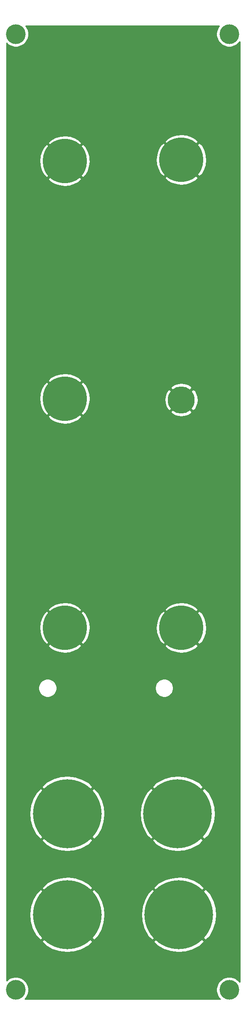
<source format=gbr>
%TF.GenerationSoftware,KiCad,Pcbnew,(5.1.12-1-10_14)*%
%TF.CreationDate,2023-08-06T16:51:14+02:00*%
%TF.ProjectId,xorcist_panel,786f7263-6973-4745-9f70-616e656c2e6b,rev?*%
%TF.SameCoordinates,Original*%
%TF.FileFunction,Copper,L2,Bot*%
%TF.FilePolarity,Positive*%
%FSLAX46Y46*%
G04 Gerber Fmt 4.6, Leading zero omitted, Abs format (unit mm)*
G04 Created by KiCad (PCBNEW (5.1.12-1-10_14)) date 2023-08-06 16:51:14*
%MOMM*%
%LPD*%
G01*
G04 APERTURE LIST*
%TA.AperFunction,ComponentPad*%
%ADD10C,9.000000*%
%TD*%
%TA.AperFunction,ComponentPad*%
%ADD11C,5.500000*%
%TD*%
%TA.AperFunction,ComponentPad*%
%ADD12C,14.000000*%
%TD*%
%TA.AperFunction,ComponentPad*%
%ADD13C,4.000000*%
%TD*%
%TA.AperFunction,Conductor*%
%ADD14C,0.254000*%
%TD*%
%TA.AperFunction,Conductor*%
%ADD15C,0.100000*%
%TD*%
G04 APERTURE END LIST*
D10*
%TO.P,REF\u002A\u002A,1*%
%TO.N,GND*%
X384750000Y-133000000D03*
%TD*%
%TO.P,REF\u002A\u002A,1*%
%TO.N,GND*%
X361000000Y-133000000D03*
%TD*%
%TO.P,REF\u002A\u002A,1*%
%TO.N,GND*%
X361000000Y-86500000D03*
%TD*%
%TO.P,REF\u002A\u002A,1*%
%TO.N,GND*%
X384750000Y-38000000D03*
%TD*%
%TO.P,REF\u002A\u002A,1*%
%TO.N,GND*%
X361000000Y-38250000D03*
%TD*%
D11*
%TO.P,REF\u002A\u002A,1*%
%TO.N,GND*%
X384750000Y-86750000D03*
%TD*%
D12*
%TO.P,REF\u002A\u002A,1*%
%TO.N,GND*%
X384250000Y-191250000D03*
%TD*%
%TO.P,REF\u002A\u002A,1*%
%TO.N,GND*%
X384000000Y-170750000D03*
%TD*%
%TO.P,REF\u002A\u002A,1*%
%TO.N,GND*%
X361500000Y-191250000D03*
%TD*%
%TO.P,REF\u002A\u002A,1*%
%TO.N,GND*%
X361500000Y-170750000D03*
%TD*%
D13*
%TO.P,REF\u002A\u002A,1*%
%TO.N,N/C*%
X394500000Y-12500000D03*
X394500000Y-206500000D03*
%TD*%
%TO.P,REF\u002A\u002A,1*%
%TO.N,N/C*%
X351000000Y-206500000D03*
X351000000Y-12500000D03*
%TD*%
D14*
%TO.N,GND*%
X392164893Y-11251859D02*
X391966261Y-11731399D01*
X391865000Y-12240475D01*
X391865000Y-12759525D01*
X391966261Y-13268601D01*
X392164893Y-13748141D01*
X392453262Y-14179715D01*
X392820285Y-14546738D01*
X393251859Y-14835107D01*
X393731399Y-15033739D01*
X394240475Y-15135000D01*
X394759525Y-15135000D01*
X395268601Y-15033739D01*
X395748141Y-14835107D01*
X396179715Y-14546738D01*
X396546738Y-14179715D01*
X396623000Y-14065581D01*
X396623000Y-204934419D01*
X396546738Y-204820285D01*
X396179715Y-204453262D01*
X395748141Y-204164893D01*
X395268601Y-203966261D01*
X394759525Y-203865000D01*
X394240475Y-203865000D01*
X393731399Y-203966261D01*
X393251859Y-204164893D01*
X392820285Y-204453262D01*
X392453262Y-204820285D01*
X392164893Y-205251859D01*
X391966261Y-205731399D01*
X391865000Y-206240475D01*
X391865000Y-206759525D01*
X391966261Y-207268601D01*
X392164893Y-207748141D01*
X392453262Y-208179715D01*
X392646547Y-208373000D01*
X352853453Y-208373000D01*
X353046738Y-208179715D01*
X353335107Y-207748141D01*
X353533739Y-207268601D01*
X353635000Y-206759525D01*
X353635000Y-206240475D01*
X353533739Y-205731399D01*
X353335107Y-205251859D01*
X353046738Y-204820285D01*
X352679715Y-204453262D01*
X352248141Y-204164893D01*
X351768601Y-203966261D01*
X351259525Y-203865000D01*
X350740475Y-203865000D01*
X350231399Y-203966261D01*
X349751859Y-204164893D01*
X349320285Y-204453262D01*
X349127000Y-204646547D01*
X349127000Y-196651674D01*
X356277932Y-196651674D01*
X357093908Y-197530530D01*
X358403840Y-198269437D01*
X359832756Y-198738591D01*
X361325743Y-198919963D01*
X362825428Y-198806583D01*
X364274176Y-198402807D01*
X365616314Y-197724153D01*
X365906092Y-197530530D01*
X366722068Y-196651674D01*
X379027932Y-196651674D01*
X379843908Y-197530530D01*
X381153840Y-198269437D01*
X382582756Y-198738591D01*
X384075743Y-198919963D01*
X385575428Y-198806583D01*
X387024176Y-198402807D01*
X388366314Y-197724153D01*
X388656092Y-197530530D01*
X389472068Y-196651674D01*
X384250000Y-191429605D01*
X379027932Y-196651674D01*
X366722068Y-196651674D01*
X361500000Y-191429605D01*
X356277932Y-196651674D01*
X349127000Y-196651674D01*
X349127000Y-191075743D01*
X353830037Y-191075743D01*
X353943417Y-192575428D01*
X354347193Y-194024176D01*
X355025847Y-195366314D01*
X355219470Y-195656092D01*
X356098326Y-196472068D01*
X361320395Y-191250000D01*
X361679605Y-191250000D01*
X366901674Y-196472068D01*
X367780530Y-195656092D01*
X368519437Y-194346160D01*
X368988591Y-192917244D01*
X369169963Y-191424257D01*
X369143615Y-191075743D01*
X376580037Y-191075743D01*
X376693417Y-192575428D01*
X377097193Y-194024176D01*
X377775847Y-195366314D01*
X377969470Y-195656092D01*
X378848326Y-196472068D01*
X384070395Y-191250000D01*
X384429605Y-191250000D01*
X389651674Y-196472068D01*
X390530530Y-195656092D01*
X391269437Y-194346160D01*
X391738591Y-192917244D01*
X391919963Y-191424257D01*
X391806583Y-189924572D01*
X391402807Y-188475824D01*
X390724153Y-187133686D01*
X390530530Y-186843908D01*
X389651674Y-186027932D01*
X384429605Y-191250000D01*
X384070395Y-191250000D01*
X378848326Y-186027932D01*
X377969470Y-186843908D01*
X377230563Y-188153840D01*
X376761409Y-189582756D01*
X376580037Y-191075743D01*
X369143615Y-191075743D01*
X369056583Y-189924572D01*
X368652807Y-188475824D01*
X367974153Y-187133686D01*
X367780530Y-186843908D01*
X366901674Y-186027932D01*
X361679605Y-191250000D01*
X361320395Y-191250000D01*
X356098326Y-186027932D01*
X355219470Y-186843908D01*
X354480563Y-188153840D01*
X354011409Y-189582756D01*
X353830037Y-191075743D01*
X349127000Y-191075743D01*
X349127000Y-185848326D01*
X356277932Y-185848326D01*
X361500000Y-191070395D01*
X366722068Y-185848326D01*
X379027932Y-185848326D01*
X384250000Y-191070395D01*
X389472068Y-185848326D01*
X388656092Y-184969470D01*
X387346160Y-184230563D01*
X385917244Y-183761409D01*
X384424257Y-183580037D01*
X382924572Y-183693417D01*
X381475824Y-184097193D01*
X380133686Y-184775847D01*
X379843908Y-184969470D01*
X379027932Y-185848326D01*
X366722068Y-185848326D01*
X365906092Y-184969470D01*
X364596160Y-184230563D01*
X363167244Y-183761409D01*
X361674257Y-183580037D01*
X360174572Y-183693417D01*
X358725824Y-184097193D01*
X357383686Y-184775847D01*
X357093908Y-184969470D01*
X356277932Y-185848326D01*
X349127000Y-185848326D01*
X349127000Y-176151674D01*
X356277932Y-176151674D01*
X357093908Y-177030530D01*
X358403840Y-177769437D01*
X359832756Y-178238591D01*
X361325743Y-178419963D01*
X362825428Y-178306583D01*
X364274176Y-177902807D01*
X365616314Y-177224153D01*
X365906092Y-177030530D01*
X366722068Y-176151674D01*
X378777932Y-176151674D01*
X379593908Y-177030530D01*
X380903840Y-177769437D01*
X382332756Y-178238591D01*
X383825743Y-178419963D01*
X385325428Y-178306583D01*
X386774176Y-177902807D01*
X388116314Y-177224153D01*
X388406092Y-177030530D01*
X389222068Y-176151674D01*
X384000000Y-170929605D01*
X378777932Y-176151674D01*
X366722068Y-176151674D01*
X361500000Y-170929605D01*
X356277932Y-176151674D01*
X349127000Y-176151674D01*
X349127000Y-170575743D01*
X353830037Y-170575743D01*
X353943417Y-172075428D01*
X354347193Y-173524176D01*
X355025847Y-174866314D01*
X355219470Y-175156092D01*
X356098326Y-175972068D01*
X361320395Y-170750000D01*
X361679605Y-170750000D01*
X366901674Y-175972068D01*
X367780530Y-175156092D01*
X368519437Y-173846160D01*
X368988591Y-172417244D01*
X369169963Y-170924257D01*
X369143615Y-170575743D01*
X376330037Y-170575743D01*
X376443417Y-172075428D01*
X376847193Y-173524176D01*
X377525847Y-174866314D01*
X377719470Y-175156092D01*
X378598326Y-175972068D01*
X383820395Y-170750000D01*
X384179605Y-170750000D01*
X389401674Y-175972068D01*
X390280530Y-175156092D01*
X391019437Y-173846160D01*
X391488591Y-172417244D01*
X391669963Y-170924257D01*
X391556583Y-169424572D01*
X391152807Y-167975824D01*
X390474153Y-166633686D01*
X390280530Y-166343908D01*
X389401674Y-165527932D01*
X384179605Y-170750000D01*
X383820395Y-170750000D01*
X378598326Y-165527932D01*
X377719470Y-166343908D01*
X376980563Y-167653840D01*
X376511409Y-169082756D01*
X376330037Y-170575743D01*
X369143615Y-170575743D01*
X369056583Y-169424572D01*
X368652807Y-167975824D01*
X367974153Y-166633686D01*
X367780530Y-166343908D01*
X366901674Y-165527932D01*
X361679605Y-170750000D01*
X361320395Y-170750000D01*
X356098326Y-165527932D01*
X355219470Y-166343908D01*
X354480563Y-167653840D01*
X354011409Y-169082756D01*
X353830037Y-170575743D01*
X349127000Y-170575743D01*
X349127000Y-165348326D01*
X356277932Y-165348326D01*
X361500000Y-170570395D01*
X366722068Y-165348326D01*
X378777932Y-165348326D01*
X384000000Y-170570395D01*
X389222068Y-165348326D01*
X388406092Y-164469470D01*
X387096160Y-163730563D01*
X385667244Y-163261409D01*
X384174257Y-163080037D01*
X382674572Y-163193417D01*
X381225824Y-163597193D01*
X379883686Y-164275847D01*
X379593908Y-164469470D01*
X378777932Y-165348326D01*
X366722068Y-165348326D01*
X365906092Y-164469470D01*
X364596160Y-163730563D01*
X363167244Y-163261409D01*
X361674257Y-163080037D01*
X360174572Y-163193417D01*
X358725824Y-163597193D01*
X357383686Y-164275847D01*
X357093908Y-164469470D01*
X356277932Y-165348326D01*
X349127000Y-165348326D01*
X349127000Y-145064344D01*
X355615000Y-145064344D01*
X355615000Y-145435656D01*
X355687439Y-145799834D01*
X355829534Y-146142882D01*
X356035825Y-146451618D01*
X356298382Y-146714175D01*
X356607118Y-146920466D01*
X356950166Y-147062561D01*
X357314344Y-147135000D01*
X357685656Y-147135000D01*
X358049834Y-147062561D01*
X358392882Y-146920466D01*
X358701618Y-146714175D01*
X358964175Y-146451618D01*
X359170466Y-146142882D01*
X359312561Y-145799834D01*
X359385000Y-145435656D01*
X359385000Y-145064344D01*
X379365000Y-145064344D01*
X379365000Y-145435656D01*
X379437439Y-145799834D01*
X379579534Y-146142882D01*
X379785825Y-146451618D01*
X380048382Y-146714175D01*
X380357118Y-146920466D01*
X380700166Y-147062561D01*
X381064344Y-147135000D01*
X381435656Y-147135000D01*
X381799834Y-147062561D01*
X382142882Y-146920466D01*
X382451618Y-146714175D01*
X382714175Y-146451618D01*
X382920466Y-146142882D01*
X383062561Y-145799834D01*
X383135000Y-145435656D01*
X383135000Y-145064344D01*
X383062561Y-144700166D01*
X382920466Y-144357118D01*
X382714175Y-144048382D01*
X382451618Y-143785825D01*
X382142882Y-143579534D01*
X381799834Y-143437439D01*
X381435656Y-143365000D01*
X381064344Y-143365000D01*
X380700166Y-143437439D01*
X380357118Y-143579534D01*
X380048382Y-143785825D01*
X379785825Y-144048382D01*
X379579534Y-144357118D01*
X379437439Y-144700166D01*
X379365000Y-145064344D01*
X359385000Y-145064344D01*
X359312561Y-144700166D01*
X359170466Y-144357118D01*
X358964175Y-144048382D01*
X358701618Y-143785825D01*
X358392882Y-143579534D01*
X358049834Y-143437439D01*
X357685656Y-143365000D01*
X357314344Y-143365000D01*
X356950166Y-143437439D01*
X356607118Y-143579534D01*
X356298382Y-143785825D01*
X356035825Y-144048382D01*
X355829534Y-144357118D01*
X355687439Y-144700166D01*
X355615000Y-145064344D01*
X349127000Y-145064344D01*
X349127000Y-136624971D01*
X357554634Y-136624971D01*
X358070783Y-137247788D01*
X358955768Y-137737630D01*
X359919314Y-138045407D01*
X360924389Y-138159293D01*
X361932370Y-138074910D01*
X362904520Y-137795501D01*
X363803481Y-137331803D01*
X363929217Y-137247788D01*
X364445366Y-136624971D01*
X381304634Y-136624971D01*
X381820783Y-137247788D01*
X382705768Y-137737630D01*
X383669314Y-138045407D01*
X384674389Y-138159293D01*
X385682370Y-138074910D01*
X386654520Y-137795501D01*
X387553481Y-137331803D01*
X387679217Y-137247788D01*
X388195366Y-136624971D01*
X384750000Y-133179605D01*
X381304634Y-136624971D01*
X364445366Y-136624971D01*
X361000000Y-133179605D01*
X357554634Y-136624971D01*
X349127000Y-136624971D01*
X349127000Y-132924389D01*
X355840707Y-132924389D01*
X355925090Y-133932370D01*
X356204499Y-134904520D01*
X356668197Y-135803481D01*
X356752212Y-135929217D01*
X357375029Y-136445366D01*
X360820395Y-133000000D01*
X361179605Y-133000000D01*
X364624971Y-136445366D01*
X365247788Y-135929217D01*
X365737630Y-135044232D01*
X366045407Y-134080686D01*
X366159293Y-133075611D01*
X366146634Y-132924389D01*
X379590707Y-132924389D01*
X379675090Y-133932370D01*
X379954499Y-134904520D01*
X380418197Y-135803481D01*
X380502212Y-135929217D01*
X381125029Y-136445366D01*
X384570395Y-133000000D01*
X384929605Y-133000000D01*
X388374971Y-136445366D01*
X388997788Y-135929217D01*
X389487630Y-135044232D01*
X389795407Y-134080686D01*
X389909293Y-133075611D01*
X389824910Y-132067630D01*
X389545501Y-131095480D01*
X389081803Y-130196519D01*
X388997788Y-130070783D01*
X388374971Y-129554634D01*
X384929605Y-133000000D01*
X384570395Y-133000000D01*
X381125029Y-129554634D01*
X380502212Y-130070783D01*
X380012370Y-130955768D01*
X379704593Y-131919314D01*
X379590707Y-132924389D01*
X366146634Y-132924389D01*
X366074910Y-132067630D01*
X365795501Y-131095480D01*
X365331803Y-130196519D01*
X365247788Y-130070783D01*
X364624971Y-129554634D01*
X361179605Y-133000000D01*
X360820395Y-133000000D01*
X357375029Y-129554634D01*
X356752212Y-130070783D01*
X356262370Y-130955768D01*
X355954593Y-131919314D01*
X355840707Y-132924389D01*
X349127000Y-132924389D01*
X349127000Y-129375029D01*
X357554634Y-129375029D01*
X361000000Y-132820395D01*
X364445366Y-129375029D01*
X381304634Y-129375029D01*
X384750000Y-132820395D01*
X388195366Y-129375029D01*
X387679217Y-128752212D01*
X386794232Y-128262370D01*
X385830686Y-127954593D01*
X384825611Y-127840707D01*
X383817630Y-127925090D01*
X382845480Y-128204499D01*
X381946519Y-128668197D01*
X381820783Y-128752212D01*
X381304634Y-129375029D01*
X364445366Y-129375029D01*
X363929217Y-128752212D01*
X363044232Y-128262370D01*
X362080686Y-127954593D01*
X361075611Y-127840707D01*
X360067630Y-127925090D01*
X359095480Y-128204499D01*
X358196519Y-128668197D01*
X358070783Y-128752212D01*
X357554634Y-129375029D01*
X349127000Y-129375029D01*
X349127000Y-90124971D01*
X357554634Y-90124971D01*
X358070783Y-90747788D01*
X358955768Y-91237630D01*
X359919314Y-91545407D01*
X360924389Y-91659293D01*
X361932370Y-91574910D01*
X362904520Y-91295501D01*
X363803481Y-90831803D01*
X363929217Y-90747788D01*
X364445366Y-90124971D01*
X361000000Y-86679605D01*
X357554634Y-90124971D01*
X349127000Y-90124971D01*
X349127000Y-86424389D01*
X355840707Y-86424389D01*
X355925090Y-87432370D01*
X356204499Y-88404520D01*
X356668197Y-89303481D01*
X356752212Y-89429217D01*
X357375029Y-89945366D01*
X360820395Y-86500000D01*
X361179605Y-86500000D01*
X364624971Y-89945366D01*
X365247788Y-89429217D01*
X365412891Y-89130928D01*
X382548677Y-89130928D01*
X382854859Y-89574503D01*
X383442306Y-89889954D01*
X384080008Y-90084740D01*
X384743457Y-90151372D01*
X385407158Y-90087292D01*
X386045605Y-89894962D01*
X386634262Y-89581772D01*
X386645141Y-89574503D01*
X386951323Y-89130928D01*
X384750000Y-86929605D01*
X382548677Y-89130928D01*
X365412891Y-89130928D01*
X365737630Y-88544232D01*
X366045407Y-87580686D01*
X366140274Y-86743457D01*
X381348628Y-86743457D01*
X381412708Y-87407158D01*
X381605038Y-88045605D01*
X381918228Y-88634262D01*
X381925497Y-88645141D01*
X382369072Y-88951323D01*
X384570395Y-86750000D01*
X384929605Y-86750000D01*
X387130928Y-88951323D01*
X387574503Y-88645141D01*
X387889954Y-88057694D01*
X388084740Y-87419992D01*
X388151372Y-86756543D01*
X388087292Y-86092842D01*
X387894962Y-85454395D01*
X387581772Y-84865738D01*
X387574503Y-84854859D01*
X387130928Y-84548677D01*
X384929605Y-86750000D01*
X384570395Y-86750000D01*
X382369072Y-84548677D01*
X381925497Y-84854859D01*
X381610046Y-85442306D01*
X381415260Y-86080008D01*
X381348628Y-86743457D01*
X366140274Y-86743457D01*
X366159293Y-86575611D01*
X366074910Y-85567630D01*
X365795501Y-84595480D01*
X365678717Y-84369072D01*
X382548677Y-84369072D01*
X384750000Y-86570395D01*
X386951323Y-84369072D01*
X386645141Y-83925497D01*
X386057694Y-83610046D01*
X385419992Y-83415260D01*
X384756543Y-83348628D01*
X384092842Y-83412708D01*
X383454395Y-83605038D01*
X382865738Y-83918228D01*
X382854859Y-83925497D01*
X382548677Y-84369072D01*
X365678717Y-84369072D01*
X365331803Y-83696519D01*
X365247788Y-83570783D01*
X364624971Y-83054634D01*
X361179605Y-86500000D01*
X360820395Y-86500000D01*
X357375029Y-83054634D01*
X356752212Y-83570783D01*
X356262370Y-84455768D01*
X355954593Y-85419314D01*
X355840707Y-86424389D01*
X349127000Y-86424389D01*
X349127000Y-82875029D01*
X357554634Y-82875029D01*
X361000000Y-86320395D01*
X364445366Y-82875029D01*
X363929217Y-82252212D01*
X363044232Y-81762370D01*
X362080686Y-81454593D01*
X361075611Y-81340707D01*
X360067630Y-81425090D01*
X359095480Y-81704499D01*
X358196519Y-82168197D01*
X358070783Y-82252212D01*
X357554634Y-82875029D01*
X349127000Y-82875029D01*
X349127000Y-41874971D01*
X357554634Y-41874971D01*
X358070783Y-42497788D01*
X358955768Y-42987630D01*
X359919314Y-43295407D01*
X360924389Y-43409293D01*
X361932370Y-43324910D01*
X362904520Y-43045501D01*
X363803481Y-42581803D01*
X363929217Y-42497788D01*
X364445366Y-41874971D01*
X361000000Y-38429605D01*
X357554634Y-41874971D01*
X349127000Y-41874971D01*
X349127000Y-38174389D01*
X355840707Y-38174389D01*
X355925090Y-39182370D01*
X356204499Y-40154520D01*
X356668197Y-41053481D01*
X356752212Y-41179217D01*
X357375029Y-41695366D01*
X360820395Y-38250000D01*
X361179605Y-38250000D01*
X364624971Y-41695366D01*
X364709913Y-41624971D01*
X381304634Y-41624971D01*
X381820783Y-42247788D01*
X382705768Y-42737630D01*
X383669314Y-43045407D01*
X384674389Y-43159293D01*
X385682370Y-43074910D01*
X386654520Y-42795501D01*
X387553481Y-42331803D01*
X387679217Y-42247788D01*
X388195366Y-41624971D01*
X384750000Y-38179605D01*
X381304634Y-41624971D01*
X364709913Y-41624971D01*
X365247788Y-41179217D01*
X365737630Y-40294232D01*
X366045407Y-39330686D01*
X366159293Y-38325611D01*
X366125705Y-37924389D01*
X379590707Y-37924389D01*
X379675090Y-38932370D01*
X379954499Y-39904520D01*
X380418197Y-40803481D01*
X380502212Y-40929217D01*
X381125029Y-41445366D01*
X384570395Y-38000000D01*
X384929605Y-38000000D01*
X388374971Y-41445366D01*
X388997788Y-40929217D01*
X389487630Y-40044232D01*
X389795407Y-39080686D01*
X389909293Y-38075611D01*
X389824910Y-37067630D01*
X389545501Y-36095480D01*
X389081803Y-35196519D01*
X388997788Y-35070783D01*
X388374971Y-34554634D01*
X384929605Y-38000000D01*
X384570395Y-38000000D01*
X381125029Y-34554634D01*
X380502212Y-35070783D01*
X380012370Y-35955768D01*
X379704593Y-36919314D01*
X379590707Y-37924389D01*
X366125705Y-37924389D01*
X366074910Y-37317630D01*
X365795501Y-36345480D01*
X365331803Y-35446519D01*
X365247788Y-35320783D01*
X364624971Y-34804634D01*
X361179605Y-38250000D01*
X360820395Y-38250000D01*
X357375029Y-34804634D01*
X356752212Y-35320783D01*
X356262370Y-36205768D01*
X355954593Y-37169314D01*
X355840707Y-38174389D01*
X349127000Y-38174389D01*
X349127000Y-34625029D01*
X357554634Y-34625029D01*
X361000000Y-38070395D01*
X364445366Y-34625029D01*
X364238183Y-34375029D01*
X381304634Y-34375029D01*
X384750000Y-37820395D01*
X388195366Y-34375029D01*
X387679217Y-33752212D01*
X386794232Y-33262370D01*
X385830686Y-32954593D01*
X384825611Y-32840707D01*
X383817630Y-32925090D01*
X382845480Y-33204499D01*
X381946519Y-33668197D01*
X381820783Y-33752212D01*
X381304634Y-34375029D01*
X364238183Y-34375029D01*
X363929217Y-34002212D01*
X363044232Y-33512370D01*
X362080686Y-33204593D01*
X361075611Y-33090707D01*
X360067630Y-33175090D01*
X359095480Y-33454499D01*
X358196519Y-33918197D01*
X358070783Y-34002212D01*
X357554634Y-34625029D01*
X349127000Y-34625029D01*
X349127000Y-14353453D01*
X349320285Y-14546738D01*
X349751859Y-14835107D01*
X350231399Y-15033739D01*
X350740475Y-15135000D01*
X351259525Y-15135000D01*
X351768601Y-15033739D01*
X352248141Y-14835107D01*
X352679715Y-14546738D01*
X353046738Y-14179715D01*
X353335107Y-13748141D01*
X353533739Y-13268601D01*
X353635000Y-12759525D01*
X353635000Y-12240475D01*
X353533739Y-11731399D01*
X353335107Y-11251859D01*
X353084634Y-10877000D01*
X392415366Y-10877000D01*
X392164893Y-11251859D01*
%TA.AperFunction,Conductor*%
D15*
G36*
X392164893Y-11251859D02*
G01*
X391966261Y-11731399D01*
X391865000Y-12240475D01*
X391865000Y-12759525D01*
X391966261Y-13268601D01*
X392164893Y-13748141D01*
X392453262Y-14179715D01*
X392820285Y-14546738D01*
X393251859Y-14835107D01*
X393731399Y-15033739D01*
X394240475Y-15135000D01*
X394759525Y-15135000D01*
X395268601Y-15033739D01*
X395748141Y-14835107D01*
X396179715Y-14546738D01*
X396546738Y-14179715D01*
X396623000Y-14065581D01*
X396623000Y-204934419D01*
X396546738Y-204820285D01*
X396179715Y-204453262D01*
X395748141Y-204164893D01*
X395268601Y-203966261D01*
X394759525Y-203865000D01*
X394240475Y-203865000D01*
X393731399Y-203966261D01*
X393251859Y-204164893D01*
X392820285Y-204453262D01*
X392453262Y-204820285D01*
X392164893Y-205251859D01*
X391966261Y-205731399D01*
X391865000Y-206240475D01*
X391865000Y-206759525D01*
X391966261Y-207268601D01*
X392164893Y-207748141D01*
X392453262Y-208179715D01*
X392646547Y-208373000D01*
X352853453Y-208373000D01*
X353046738Y-208179715D01*
X353335107Y-207748141D01*
X353533739Y-207268601D01*
X353635000Y-206759525D01*
X353635000Y-206240475D01*
X353533739Y-205731399D01*
X353335107Y-205251859D01*
X353046738Y-204820285D01*
X352679715Y-204453262D01*
X352248141Y-204164893D01*
X351768601Y-203966261D01*
X351259525Y-203865000D01*
X350740475Y-203865000D01*
X350231399Y-203966261D01*
X349751859Y-204164893D01*
X349320285Y-204453262D01*
X349127000Y-204646547D01*
X349127000Y-196651674D01*
X356277932Y-196651674D01*
X357093908Y-197530530D01*
X358403840Y-198269437D01*
X359832756Y-198738591D01*
X361325743Y-198919963D01*
X362825428Y-198806583D01*
X364274176Y-198402807D01*
X365616314Y-197724153D01*
X365906092Y-197530530D01*
X366722068Y-196651674D01*
X379027932Y-196651674D01*
X379843908Y-197530530D01*
X381153840Y-198269437D01*
X382582756Y-198738591D01*
X384075743Y-198919963D01*
X385575428Y-198806583D01*
X387024176Y-198402807D01*
X388366314Y-197724153D01*
X388656092Y-197530530D01*
X389472068Y-196651674D01*
X384250000Y-191429605D01*
X379027932Y-196651674D01*
X366722068Y-196651674D01*
X361500000Y-191429605D01*
X356277932Y-196651674D01*
X349127000Y-196651674D01*
X349127000Y-191075743D01*
X353830037Y-191075743D01*
X353943417Y-192575428D01*
X354347193Y-194024176D01*
X355025847Y-195366314D01*
X355219470Y-195656092D01*
X356098326Y-196472068D01*
X361320395Y-191250000D01*
X361679605Y-191250000D01*
X366901674Y-196472068D01*
X367780530Y-195656092D01*
X368519437Y-194346160D01*
X368988591Y-192917244D01*
X369169963Y-191424257D01*
X369143615Y-191075743D01*
X376580037Y-191075743D01*
X376693417Y-192575428D01*
X377097193Y-194024176D01*
X377775847Y-195366314D01*
X377969470Y-195656092D01*
X378848326Y-196472068D01*
X384070395Y-191250000D01*
X384429605Y-191250000D01*
X389651674Y-196472068D01*
X390530530Y-195656092D01*
X391269437Y-194346160D01*
X391738591Y-192917244D01*
X391919963Y-191424257D01*
X391806583Y-189924572D01*
X391402807Y-188475824D01*
X390724153Y-187133686D01*
X390530530Y-186843908D01*
X389651674Y-186027932D01*
X384429605Y-191250000D01*
X384070395Y-191250000D01*
X378848326Y-186027932D01*
X377969470Y-186843908D01*
X377230563Y-188153840D01*
X376761409Y-189582756D01*
X376580037Y-191075743D01*
X369143615Y-191075743D01*
X369056583Y-189924572D01*
X368652807Y-188475824D01*
X367974153Y-187133686D01*
X367780530Y-186843908D01*
X366901674Y-186027932D01*
X361679605Y-191250000D01*
X361320395Y-191250000D01*
X356098326Y-186027932D01*
X355219470Y-186843908D01*
X354480563Y-188153840D01*
X354011409Y-189582756D01*
X353830037Y-191075743D01*
X349127000Y-191075743D01*
X349127000Y-185848326D01*
X356277932Y-185848326D01*
X361500000Y-191070395D01*
X366722068Y-185848326D01*
X379027932Y-185848326D01*
X384250000Y-191070395D01*
X389472068Y-185848326D01*
X388656092Y-184969470D01*
X387346160Y-184230563D01*
X385917244Y-183761409D01*
X384424257Y-183580037D01*
X382924572Y-183693417D01*
X381475824Y-184097193D01*
X380133686Y-184775847D01*
X379843908Y-184969470D01*
X379027932Y-185848326D01*
X366722068Y-185848326D01*
X365906092Y-184969470D01*
X364596160Y-184230563D01*
X363167244Y-183761409D01*
X361674257Y-183580037D01*
X360174572Y-183693417D01*
X358725824Y-184097193D01*
X357383686Y-184775847D01*
X357093908Y-184969470D01*
X356277932Y-185848326D01*
X349127000Y-185848326D01*
X349127000Y-176151674D01*
X356277932Y-176151674D01*
X357093908Y-177030530D01*
X358403840Y-177769437D01*
X359832756Y-178238591D01*
X361325743Y-178419963D01*
X362825428Y-178306583D01*
X364274176Y-177902807D01*
X365616314Y-177224153D01*
X365906092Y-177030530D01*
X366722068Y-176151674D01*
X378777932Y-176151674D01*
X379593908Y-177030530D01*
X380903840Y-177769437D01*
X382332756Y-178238591D01*
X383825743Y-178419963D01*
X385325428Y-178306583D01*
X386774176Y-177902807D01*
X388116314Y-177224153D01*
X388406092Y-177030530D01*
X389222068Y-176151674D01*
X384000000Y-170929605D01*
X378777932Y-176151674D01*
X366722068Y-176151674D01*
X361500000Y-170929605D01*
X356277932Y-176151674D01*
X349127000Y-176151674D01*
X349127000Y-170575743D01*
X353830037Y-170575743D01*
X353943417Y-172075428D01*
X354347193Y-173524176D01*
X355025847Y-174866314D01*
X355219470Y-175156092D01*
X356098326Y-175972068D01*
X361320395Y-170750000D01*
X361679605Y-170750000D01*
X366901674Y-175972068D01*
X367780530Y-175156092D01*
X368519437Y-173846160D01*
X368988591Y-172417244D01*
X369169963Y-170924257D01*
X369143615Y-170575743D01*
X376330037Y-170575743D01*
X376443417Y-172075428D01*
X376847193Y-173524176D01*
X377525847Y-174866314D01*
X377719470Y-175156092D01*
X378598326Y-175972068D01*
X383820395Y-170750000D01*
X384179605Y-170750000D01*
X389401674Y-175972068D01*
X390280530Y-175156092D01*
X391019437Y-173846160D01*
X391488591Y-172417244D01*
X391669963Y-170924257D01*
X391556583Y-169424572D01*
X391152807Y-167975824D01*
X390474153Y-166633686D01*
X390280530Y-166343908D01*
X389401674Y-165527932D01*
X384179605Y-170750000D01*
X383820395Y-170750000D01*
X378598326Y-165527932D01*
X377719470Y-166343908D01*
X376980563Y-167653840D01*
X376511409Y-169082756D01*
X376330037Y-170575743D01*
X369143615Y-170575743D01*
X369056583Y-169424572D01*
X368652807Y-167975824D01*
X367974153Y-166633686D01*
X367780530Y-166343908D01*
X366901674Y-165527932D01*
X361679605Y-170750000D01*
X361320395Y-170750000D01*
X356098326Y-165527932D01*
X355219470Y-166343908D01*
X354480563Y-167653840D01*
X354011409Y-169082756D01*
X353830037Y-170575743D01*
X349127000Y-170575743D01*
X349127000Y-165348326D01*
X356277932Y-165348326D01*
X361500000Y-170570395D01*
X366722068Y-165348326D01*
X378777932Y-165348326D01*
X384000000Y-170570395D01*
X389222068Y-165348326D01*
X388406092Y-164469470D01*
X387096160Y-163730563D01*
X385667244Y-163261409D01*
X384174257Y-163080037D01*
X382674572Y-163193417D01*
X381225824Y-163597193D01*
X379883686Y-164275847D01*
X379593908Y-164469470D01*
X378777932Y-165348326D01*
X366722068Y-165348326D01*
X365906092Y-164469470D01*
X364596160Y-163730563D01*
X363167244Y-163261409D01*
X361674257Y-163080037D01*
X360174572Y-163193417D01*
X358725824Y-163597193D01*
X357383686Y-164275847D01*
X357093908Y-164469470D01*
X356277932Y-165348326D01*
X349127000Y-165348326D01*
X349127000Y-145064344D01*
X355615000Y-145064344D01*
X355615000Y-145435656D01*
X355687439Y-145799834D01*
X355829534Y-146142882D01*
X356035825Y-146451618D01*
X356298382Y-146714175D01*
X356607118Y-146920466D01*
X356950166Y-147062561D01*
X357314344Y-147135000D01*
X357685656Y-147135000D01*
X358049834Y-147062561D01*
X358392882Y-146920466D01*
X358701618Y-146714175D01*
X358964175Y-146451618D01*
X359170466Y-146142882D01*
X359312561Y-145799834D01*
X359385000Y-145435656D01*
X359385000Y-145064344D01*
X379365000Y-145064344D01*
X379365000Y-145435656D01*
X379437439Y-145799834D01*
X379579534Y-146142882D01*
X379785825Y-146451618D01*
X380048382Y-146714175D01*
X380357118Y-146920466D01*
X380700166Y-147062561D01*
X381064344Y-147135000D01*
X381435656Y-147135000D01*
X381799834Y-147062561D01*
X382142882Y-146920466D01*
X382451618Y-146714175D01*
X382714175Y-146451618D01*
X382920466Y-146142882D01*
X383062561Y-145799834D01*
X383135000Y-145435656D01*
X383135000Y-145064344D01*
X383062561Y-144700166D01*
X382920466Y-144357118D01*
X382714175Y-144048382D01*
X382451618Y-143785825D01*
X382142882Y-143579534D01*
X381799834Y-143437439D01*
X381435656Y-143365000D01*
X381064344Y-143365000D01*
X380700166Y-143437439D01*
X380357118Y-143579534D01*
X380048382Y-143785825D01*
X379785825Y-144048382D01*
X379579534Y-144357118D01*
X379437439Y-144700166D01*
X379365000Y-145064344D01*
X359385000Y-145064344D01*
X359312561Y-144700166D01*
X359170466Y-144357118D01*
X358964175Y-144048382D01*
X358701618Y-143785825D01*
X358392882Y-143579534D01*
X358049834Y-143437439D01*
X357685656Y-143365000D01*
X357314344Y-143365000D01*
X356950166Y-143437439D01*
X356607118Y-143579534D01*
X356298382Y-143785825D01*
X356035825Y-144048382D01*
X355829534Y-144357118D01*
X355687439Y-144700166D01*
X355615000Y-145064344D01*
X349127000Y-145064344D01*
X349127000Y-136624971D01*
X357554634Y-136624971D01*
X358070783Y-137247788D01*
X358955768Y-137737630D01*
X359919314Y-138045407D01*
X360924389Y-138159293D01*
X361932370Y-138074910D01*
X362904520Y-137795501D01*
X363803481Y-137331803D01*
X363929217Y-137247788D01*
X364445366Y-136624971D01*
X381304634Y-136624971D01*
X381820783Y-137247788D01*
X382705768Y-137737630D01*
X383669314Y-138045407D01*
X384674389Y-138159293D01*
X385682370Y-138074910D01*
X386654520Y-137795501D01*
X387553481Y-137331803D01*
X387679217Y-137247788D01*
X388195366Y-136624971D01*
X384750000Y-133179605D01*
X381304634Y-136624971D01*
X364445366Y-136624971D01*
X361000000Y-133179605D01*
X357554634Y-136624971D01*
X349127000Y-136624971D01*
X349127000Y-132924389D01*
X355840707Y-132924389D01*
X355925090Y-133932370D01*
X356204499Y-134904520D01*
X356668197Y-135803481D01*
X356752212Y-135929217D01*
X357375029Y-136445366D01*
X360820395Y-133000000D01*
X361179605Y-133000000D01*
X364624971Y-136445366D01*
X365247788Y-135929217D01*
X365737630Y-135044232D01*
X366045407Y-134080686D01*
X366159293Y-133075611D01*
X366146634Y-132924389D01*
X379590707Y-132924389D01*
X379675090Y-133932370D01*
X379954499Y-134904520D01*
X380418197Y-135803481D01*
X380502212Y-135929217D01*
X381125029Y-136445366D01*
X384570395Y-133000000D01*
X384929605Y-133000000D01*
X388374971Y-136445366D01*
X388997788Y-135929217D01*
X389487630Y-135044232D01*
X389795407Y-134080686D01*
X389909293Y-133075611D01*
X389824910Y-132067630D01*
X389545501Y-131095480D01*
X389081803Y-130196519D01*
X388997788Y-130070783D01*
X388374971Y-129554634D01*
X384929605Y-133000000D01*
X384570395Y-133000000D01*
X381125029Y-129554634D01*
X380502212Y-130070783D01*
X380012370Y-130955768D01*
X379704593Y-131919314D01*
X379590707Y-132924389D01*
X366146634Y-132924389D01*
X366074910Y-132067630D01*
X365795501Y-131095480D01*
X365331803Y-130196519D01*
X365247788Y-130070783D01*
X364624971Y-129554634D01*
X361179605Y-133000000D01*
X360820395Y-133000000D01*
X357375029Y-129554634D01*
X356752212Y-130070783D01*
X356262370Y-130955768D01*
X355954593Y-131919314D01*
X355840707Y-132924389D01*
X349127000Y-132924389D01*
X349127000Y-129375029D01*
X357554634Y-129375029D01*
X361000000Y-132820395D01*
X364445366Y-129375029D01*
X381304634Y-129375029D01*
X384750000Y-132820395D01*
X388195366Y-129375029D01*
X387679217Y-128752212D01*
X386794232Y-128262370D01*
X385830686Y-127954593D01*
X384825611Y-127840707D01*
X383817630Y-127925090D01*
X382845480Y-128204499D01*
X381946519Y-128668197D01*
X381820783Y-128752212D01*
X381304634Y-129375029D01*
X364445366Y-129375029D01*
X363929217Y-128752212D01*
X363044232Y-128262370D01*
X362080686Y-127954593D01*
X361075611Y-127840707D01*
X360067630Y-127925090D01*
X359095480Y-128204499D01*
X358196519Y-128668197D01*
X358070783Y-128752212D01*
X357554634Y-129375029D01*
X349127000Y-129375029D01*
X349127000Y-90124971D01*
X357554634Y-90124971D01*
X358070783Y-90747788D01*
X358955768Y-91237630D01*
X359919314Y-91545407D01*
X360924389Y-91659293D01*
X361932370Y-91574910D01*
X362904520Y-91295501D01*
X363803481Y-90831803D01*
X363929217Y-90747788D01*
X364445366Y-90124971D01*
X361000000Y-86679605D01*
X357554634Y-90124971D01*
X349127000Y-90124971D01*
X349127000Y-86424389D01*
X355840707Y-86424389D01*
X355925090Y-87432370D01*
X356204499Y-88404520D01*
X356668197Y-89303481D01*
X356752212Y-89429217D01*
X357375029Y-89945366D01*
X360820395Y-86500000D01*
X361179605Y-86500000D01*
X364624971Y-89945366D01*
X365247788Y-89429217D01*
X365412891Y-89130928D01*
X382548677Y-89130928D01*
X382854859Y-89574503D01*
X383442306Y-89889954D01*
X384080008Y-90084740D01*
X384743457Y-90151372D01*
X385407158Y-90087292D01*
X386045605Y-89894962D01*
X386634262Y-89581772D01*
X386645141Y-89574503D01*
X386951323Y-89130928D01*
X384750000Y-86929605D01*
X382548677Y-89130928D01*
X365412891Y-89130928D01*
X365737630Y-88544232D01*
X366045407Y-87580686D01*
X366140274Y-86743457D01*
X381348628Y-86743457D01*
X381412708Y-87407158D01*
X381605038Y-88045605D01*
X381918228Y-88634262D01*
X381925497Y-88645141D01*
X382369072Y-88951323D01*
X384570395Y-86750000D01*
X384929605Y-86750000D01*
X387130928Y-88951323D01*
X387574503Y-88645141D01*
X387889954Y-88057694D01*
X388084740Y-87419992D01*
X388151372Y-86756543D01*
X388087292Y-86092842D01*
X387894962Y-85454395D01*
X387581772Y-84865738D01*
X387574503Y-84854859D01*
X387130928Y-84548677D01*
X384929605Y-86750000D01*
X384570395Y-86750000D01*
X382369072Y-84548677D01*
X381925497Y-84854859D01*
X381610046Y-85442306D01*
X381415260Y-86080008D01*
X381348628Y-86743457D01*
X366140274Y-86743457D01*
X366159293Y-86575611D01*
X366074910Y-85567630D01*
X365795501Y-84595480D01*
X365678717Y-84369072D01*
X382548677Y-84369072D01*
X384750000Y-86570395D01*
X386951323Y-84369072D01*
X386645141Y-83925497D01*
X386057694Y-83610046D01*
X385419992Y-83415260D01*
X384756543Y-83348628D01*
X384092842Y-83412708D01*
X383454395Y-83605038D01*
X382865738Y-83918228D01*
X382854859Y-83925497D01*
X382548677Y-84369072D01*
X365678717Y-84369072D01*
X365331803Y-83696519D01*
X365247788Y-83570783D01*
X364624971Y-83054634D01*
X361179605Y-86500000D01*
X360820395Y-86500000D01*
X357375029Y-83054634D01*
X356752212Y-83570783D01*
X356262370Y-84455768D01*
X355954593Y-85419314D01*
X355840707Y-86424389D01*
X349127000Y-86424389D01*
X349127000Y-82875029D01*
X357554634Y-82875029D01*
X361000000Y-86320395D01*
X364445366Y-82875029D01*
X363929217Y-82252212D01*
X363044232Y-81762370D01*
X362080686Y-81454593D01*
X361075611Y-81340707D01*
X360067630Y-81425090D01*
X359095480Y-81704499D01*
X358196519Y-82168197D01*
X358070783Y-82252212D01*
X357554634Y-82875029D01*
X349127000Y-82875029D01*
X349127000Y-41874971D01*
X357554634Y-41874971D01*
X358070783Y-42497788D01*
X358955768Y-42987630D01*
X359919314Y-43295407D01*
X360924389Y-43409293D01*
X361932370Y-43324910D01*
X362904520Y-43045501D01*
X363803481Y-42581803D01*
X363929217Y-42497788D01*
X364445366Y-41874971D01*
X361000000Y-38429605D01*
X357554634Y-41874971D01*
X349127000Y-41874971D01*
X349127000Y-38174389D01*
X355840707Y-38174389D01*
X355925090Y-39182370D01*
X356204499Y-40154520D01*
X356668197Y-41053481D01*
X356752212Y-41179217D01*
X357375029Y-41695366D01*
X360820395Y-38250000D01*
X361179605Y-38250000D01*
X364624971Y-41695366D01*
X364709913Y-41624971D01*
X381304634Y-41624971D01*
X381820783Y-42247788D01*
X382705768Y-42737630D01*
X383669314Y-43045407D01*
X384674389Y-43159293D01*
X385682370Y-43074910D01*
X386654520Y-42795501D01*
X387553481Y-42331803D01*
X387679217Y-42247788D01*
X388195366Y-41624971D01*
X384750000Y-38179605D01*
X381304634Y-41624971D01*
X364709913Y-41624971D01*
X365247788Y-41179217D01*
X365737630Y-40294232D01*
X366045407Y-39330686D01*
X366159293Y-38325611D01*
X366125705Y-37924389D01*
X379590707Y-37924389D01*
X379675090Y-38932370D01*
X379954499Y-39904520D01*
X380418197Y-40803481D01*
X380502212Y-40929217D01*
X381125029Y-41445366D01*
X384570395Y-38000000D01*
X384929605Y-38000000D01*
X388374971Y-41445366D01*
X388997788Y-40929217D01*
X389487630Y-40044232D01*
X389795407Y-39080686D01*
X389909293Y-38075611D01*
X389824910Y-37067630D01*
X389545501Y-36095480D01*
X389081803Y-35196519D01*
X388997788Y-35070783D01*
X388374971Y-34554634D01*
X384929605Y-38000000D01*
X384570395Y-38000000D01*
X381125029Y-34554634D01*
X380502212Y-35070783D01*
X380012370Y-35955768D01*
X379704593Y-36919314D01*
X379590707Y-37924389D01*
X366125705Y-37924389D01*
X366074910Y-37317630D01*
X365795501Y-36345480D01*
X365331803Y-35446519D01*
X365247788Y-35320783D01*
X364624971Y-34804634D01*
X361179605Y-38250000D01*
X360820395Y-38250000D01*
X357375029Y-34804634D01*
X356752212Y-35320783D01*
X356262370Y-36205768D01*
X355954593Y-37169314D01*
X355840707Y-38174389D01*
X349127000Y-38174389D01*
X349127000Y-34625029D01*
X357554634Y-34625029D01*
X361000000Y-38070395D01*
X364445366Y-34625029D01*
X364238183Y-34375029D01*
X381304634Y-34375029D01*
X384750000Y-37820395D01*
X388195366Y-34375029D01*
X387679217Y-33752212D01*
X386794232Y-33262370D01*
X385830686Y-32954593D01*
X384825611Y-32840707D01*
X383817630Y-32925090D01*
X382845480Y-33204499D01*
X381946519Y-33668197D01*
X381820783Y-33752212D01*
X381304634Y-34375029D01*
X364238183Y-34375029D01*
X363929217Y-34002212D01*
X363044232Y-33512370D01*
X362080686Y-33204593D01*
X361075611Y-33090707D01*
X360067630Y-33175090D01*
X359095480Y-33454499D01*
X358196519Y-33918197D01*
X358070783Y-34002212D01*
X357554634Y-34625029D01*
X349127000Y-34625029D01*
X349127000Y-14353453D01*
X349320285Y-14546738D01*
X349751859Y-14835107D01*
X350231399Y-15033739D01*
X350740475Y-15135000D01*
X351259525Y-15135000D01*
X351768601Y-15033739D01*
X352248141Y-14835107D01*
X352679715Y-14546738D01*
X353046738Y-14179715D01*
X353335107Y-13748141D01*
X353533739Y-13268601D01*
X353635000Y-12759525D01*
X353635000Y-12240475D01*
X353533739Y-11731399D01*
X353335107Y-11251859D01*
X353084634Y-10877000D01*
X392415366Y-10877000D01*
X392164893Y-11251859D01*
G37*
%TD.AperFunction*%
%TD*%
M02*

</source>
